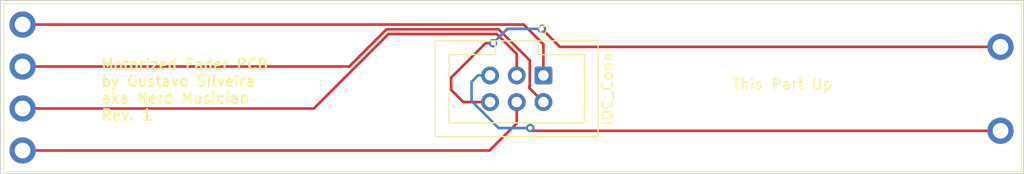
<source format=kicad_pcb>
(kicad_pcb (version 20211014) (generator pcbnew)
  (layers (0 "F.Cu" signal) (31 "B.Cu" signal) (34 "B.Paste" user) (35 "F.Paste" user) (36 "B.SilkS" user "B.Silkscreen") (37 "F.SilkS" user "F.Silkscreen") (38 "B.Mask" user) (39 "F.Mask" user) (44 "Edge.Cuts" user))
  (net 0 "")
  (net 1 "Net-(J1-Pad1)")
  (net 2 "Net-(J1-Pad2)")
  (net 3 "Net-(J1-Pad3)")
  (net 4 "Net-(J1-Pad4)")
  (net 5 "Net-(J1-Pad5)")
  (net 6 "Net-(J1-Pad6)")
  (footprint "Potentiometer_THT:Motorizeded_Fader" (layer "F.Cu") (at 232.3 83.415)
    (fp_text reference "U1" hide)
    (fp_text value "Motorized Fader")
    (fp_line (start -95 7.875) (end -95 -8.125) (layer "F.SilkS") (width 0.12))
    (fp_line (start -95 -8.125) (end 2 -8.125) (layer "F.SilkS") (width 0.12))
    (fp_line (start 2 -8.125) (end 2 7.875) (layer "F.SilkS") (width 0.12))
    (fp_line (start 2 7.875) (end -95 7.875) (layer "F.SilkS") (width 0.12))
    (pad "1" thru_hole circle (at -93.2 -6.125 180) (size 2.5 2.5) (drill 1.5) (layers *.Cu *.Mask) (net 1 "Net-(J1-Pad1)"))
    (pad "2" thru_hole circle (at -93.2 5.875 180) (size 2.5 2.5) (drill 1.5) (layers *.Cu *.Mask) (net 4 "Net-(J1-Pad4)"))
    (pad "3" thru_hole circle (at -93.2 1.875 180) (size 2.5 2.5) (drill 1.5) (layers *.Cu *.Mask) (net 3 "Net-(J1-Pad3)"))
    (pad "4" thru_hole circle (at -93.2 -2.125 180) (size 2.5 2.5) (drill 1.5) (layers *.Cu *.Mask) (net 2 "Net-(J1-Pad2)"))
    (pad "5" thru_hole circle (at 0 4) (size 2.5 2.5) (drill 1.5) (layers *.Cu *.Mask) (net 5 "Net-(J1-Pad5)"))
    (pad "6" thru_hole circle (at 0 -4) (size 2.5 2.5) (drill 1.5) (layers *.Cu *.Mask) (net 6 "Net-(J1-Pad6)"))
  )
  (footprint "Connector_IDC:IDC-Header_2x03_P2.54mm_Vertical" (layer "F.Cu") (at 188.735 82.1375 -90)
    (fp_text reference "IDC_Conn" (at 1.27 -6.1 90) (layer "F.SilkS"))
    (fp_text value "IDC_COnn")
    (fp_line (start 4.52 -3.91) (end 4.52 8.99) (layer "F.SilkS") (width 0.12))
    (fp_line (start -4.68 -0.5) (end -4.68 0.5) (layer "F.SilkS") (width 0.12))
    (fp_line (start -1.98 -3.91) (end 4.52 -3.91) (layer "F.SilkS") (width 0.12))
    (fp_line (start 5.83 -5.21) (end 5.83 10.29) (layer "F.SilkS") (width 0.12))
    (fp_line (start -1.98 0.49) (end -1.98 -3.91) (layer "F.SilkS") (width 0.12))
    (fp_line (start -1.98 4.59) (end -3.29 4.59) (layer "F.SilkS") (width 0.12))
    (fp_line (start -3.29 -5.21) (end 5.83 -5.21) (layer "F.SilkS") (width 0.12))
    (fp_line (start 4.52 8.99) (end -1.98 8.99) (layer "F.SilkS") (width 0.12))
    (fp_line (start -3.29 10.29) (end -3.29 -5.21) (layer "F.SilkS") (width 0.12))
    (fp_line (start -1.98 4.59) (end -1.98 4.59) (layer "F.SilkS") (width 0.12))
    (fp_line (start -4.68 0.5) (end -3.68 0) (layer "F.SilkS") (width 0.12))
    (fp_line (start -3.68 0) (end -4.68 -0.5) (layer "F.SilkS") (width 0.12))
    (fp_line (start -1.98 8.99) (end -1.98 4.59) (layer "F.SilkS") (width 0.12))
    (fp_line (start 5.83 10.29) (end -3.29 10.29) (layer "F.SilkS") (width 0.12))
    (fp_line (start -3.29 0.49) (end -1.98 0.49) (layer "F.SilkS") (width 0.12))
    (pad "1" thru_hole roundrect (at 0 0 270) (size 1.7 1.7) (drill 1) (layers *.Cu *.Mask) (roundrect_rratio 0.1470588235) (net 1 "Net-(J1-Pad1)"))
    (pad "2" thru_hole circle (at 2.54 0 270) (size 1.7 1.7) (drill 1) (layers *.Cu *.Mask) (net 2 "Net-(J1-Pad2)"))
    (pad "3" thru_hole circle (at 0 2.54 270) (size 1.7 1.7) (drill 1) (layers *.Cu *.Mask) (net 3 "Net-(J1-Pad3)"))
    (pad "4" thru_hole circle (at 2.54 2.54 270) (size 1.7 1.7) (drill 1) (layers *.Cu *.Mask) (net 4 "Net-(J1-Pad4)"))
    (pad "5" thru_hole circle (at 0 5.08 270) (size 1.7 1.7) (drill 1) (layers *.Cu *.Mask) (net 5 "Net-(J1-Pad5)"))
    (pad "6" thru_hole circle (at 2.54 5.08 270) (size 1.7 1.7) (drill 1) (layers *.Cu *.Mask) (net 6 "Net-(J1-Pad6)"))
  )
  (gr_line (start 137 75) (end 137 91.5) (layer "Edge.Cuts") (width 0.1))
  (gr_line (start 234.5 91.5) (end 234.5 75) (layer "Edge.Cuts") (width 0.1))
  (gr_line (start 137 91.5) (end 234.5 91.5) (layer "Edge.Cuts") (width 0.1))
  (gr_line (start 234.5 75) (end 137 75) (layer "Edge.Cuts") (width 0.1))
  (gr_text "This Part Up" (at 211.5 82.96) (layer "F.SilkS") (effects (font (size 1 1))))
  (gr_text "Motorized Fader PCB\nby Gustavo Silveira\naka Nerd Musician\nRev. 1" (at 146.5 83.5) (layer "F.SilkS") (effects (font (size 1 1) (thickness 0.2)) (justify left)))
  (segment (start 188.735 79.175) (end 188.735 82.1375) (width 0.25) (layer "F.Cu") (net 1))
  (segment (start 186.85 77.29) (end 188.735 79.175) (width 0.25) (layer "F.Cu") (net 1))
  (segment (start 139.1 77.29) (end 186.85 77.29) (width 0.25) (layer "F.Cu") (net 1))
  (segment (start 187.39 83.3325) (end 188.735 84.6775) (width 0.25) (layer "F.Cu") (net 2))
  (segment (start 187.44 83.15) (end 187.39 83.2) (width 0.25) (layer "F.Cu") (net 2))
  (segment (start 187.44 80.71) (end 187.44 83.15) (width 0.25) (layer "F.Cu") (net 2))
  (segment (start 170.23 81.29) (end 173.78 77.74) (width 0.25) (layer "F.Cu") (net 2))
  (segment (start 184.47 77.74) (end 187.44 80.71) (width 0.25) (layer "F.Cu") (net 2))
  (segment (start 187.39 83.2) (end 187.39 83.3325) (width 0.25) (layer "F.Cu") (net 2))
  (segment (start 139.1 81.29) (end 170.23 81.29) (width 0.25) (layer "F.Cu") (net 2))
  (segment (start 173.78 77.74) (end 184.47 77.74) (width 0.25) (layer "F.Cu") (net 2))
  (segment (start 173.966396 78.19) (end 184.283604 78.19) (width 0.25) (layer "F.Cu") (net 3))
  (segment (start 184.283604 78.19) (end 186.195 80.101396) (width 0.25) (layer "F.Cu") (net 3))
  (segment (start 139.1 85.29) (end 166.866396 85.29) (width 0.25) (layer "F.Cu") (net 3))
  (segment (start 186.195 80.101396) (end 186.195 82.1375) (width 0.25) (layer "F.Cu") (net 3))
  (segment (start 166.866396 85.29) (end 173.966396 78.19) (width 0.25) (layer "F.Cu") (net 3))
  (segment (start 183.61 89.29) (end 186.195 86.705) (width 0.25) (layer "F.Cu") (net 4))
  (segment (start 139.1 89.29) (end 183.61 89.29) (width 0.25) (layer "F.Cu") (net 4))
  (segment (start 186.195 86.705) (end 186.195 84.6775) (width 0.25) (layer "F.Cu") (net 4))
  (segment (start 187.745 87.415) (end 187.48 87.15) (width 0.25) (layer "F.Cu") (net 5))
  (segment (start 232.3 87.415) (end 187.745 87.415) (width 0.25) (layer "F.Cu") (net 5))
  (via (at 187.48 87.15) (size 0.8) (drill 0.4) (layers "F.Cu" "B.Cu") (net 5))
  (segment (start 182.5025 82.1375) (end 183.655 82.1375) (width 0.25) (layer "B.Cu") (net 5))
  (segment (start 184.465799 87.15) (end 181.89 84.574201) (width 0.25) (layer "B.Cu") (net 5))
  (segment (start 187.48 87.15) (end 184.465799 87.15) (width 0.25) (layer "B.Cu") (net 5))
  (segment (start 181.89 84.574201) (end 181.89 82.75) (width 0.25) (layer "B.Cu") (net 5))
  (segment (start 181.89 82.75) (end 182.5025 82.1375) (width 0.25) (layer "B.Cu") (net 5))
  (segment (start 183.93 79.07) (end 183.22 79.07) (width 0.25) (layer "F.Cu") (net 6))
  (segment (start 232.3 79.415) (end 190.305 79.415) (width 0.25) (layer "F.Cu") (net 6))
  (segment (start 183.22 79.07) (end 179.94 82.35) (width 0.25) (layer "F.Cu") (net 6))
  (segment (start 190.305 79.415) (end 188.59 77.7) (width 0.25) (layer "F.Cu") (net 6))
  (segment (start 179.94 82.35) (end 179.94 83.51) (width 0.25) (layer "F.Cu") (net 6))
  (segment (start 181.1075 84.6775) (end 183.655 84.6775) (width 0.25) (layer "F.Cu") (net 6))
  (segment (start 179.94 83.51) (end 181.1075 84.6775) (width 0.25) (layer "F.Cu") (net 6))
  (via (at 183.93 79.07) (size 0.8) (drill 0.4) (layers "F.Cu" "B.Cu") (net 6))
  (via (at 188.59 77.7) (size 0.8) (drill 0.4) (layers "F.Cu" "B.Cu") (net 6))
  (segment (start 185.3 77.7) (end 183.93 79.07) (width 0.25) (layer "B.Cu") (net 6))
  (segment (start 188.59 77.7) (end 185.3 77.7) (width 0.25) (layer "B.Cu") (net 6))
)
</source>
